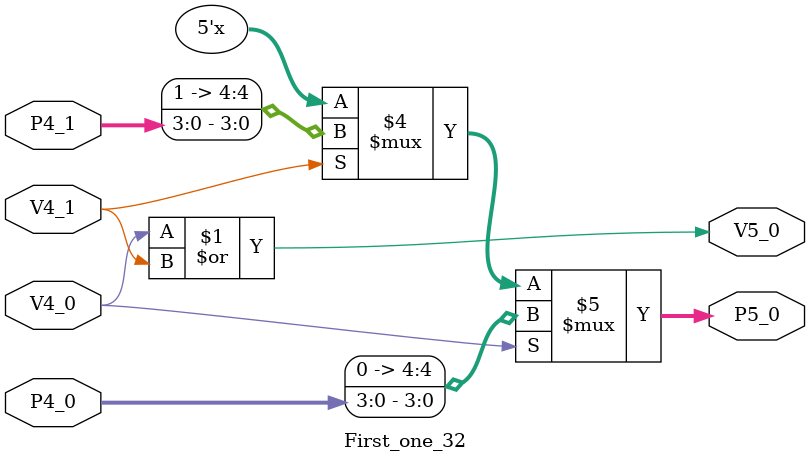
<source format=v>
module First_one_32(
	input										V4_0,
	input										V4_1,
	input			[3:0]						P4_0,
	input			[3:0]						P4_1,
	output		[4:0]						P5_0,
	output									V5_0
);
	assign			V5_0			=			V4_0 | V4_1;
	assign			P5_0			=			(V4_0 != 1'b0) ? {1'b0,P4_0} : (V4_1 == 1'b1) ? {1'b1,P4_1} :5'bx;
endmodule
</source>
